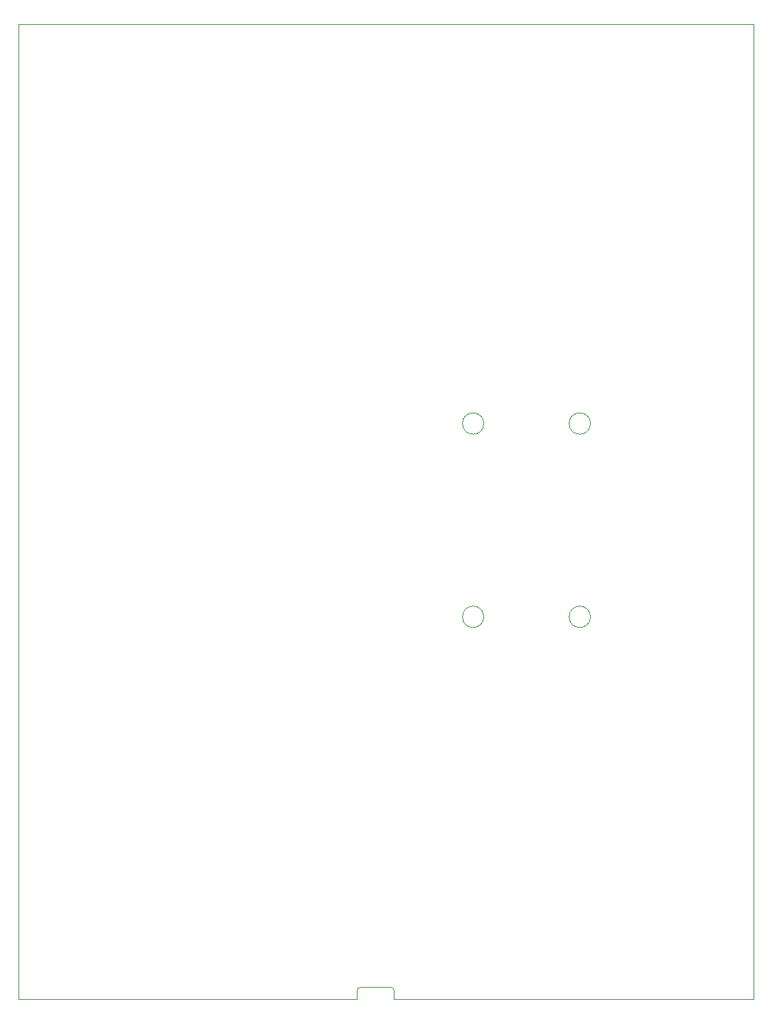
<source format=gbr>
%TF.GenerationSoftware,KiCad,Pcbnew,8.0.4*%
%TF.CreationDate,2024-11-06T19:28:15-07:00*%
%TF.ProjectId,MP3_Player,4d50335f-506c-4617-9965-722e6b696361,rev?*%
%TF.SameCoordinates,Original*%
%TF.FileFunction,Profile,NP*%
%FSLAX46Y46*%
G04 Gerber Fmt 4.6, Leading zero omitted, Abs format (unit mm)*
G04 Created by KiCad (PCBNEW 8.0.4) date 2024-11-06 19:28:15*
%MOMM*%
%LPD*%
G01*
G04 APERTURE LIST*
%TA.AperFunction,Profile*%
%ADD10C,0.050000*%
%TD*%
%TA.AperFunction,Profile*%
%ADD11C,0.100000*%
%TD*%
%TA.AperFunction,Profile*%
%ADD12C,0.120000*%
%TD*%
G04 APERTURE END LIST*
D10*
X178000000Y-140500000D02*
X178000000Y-24500000D01*
X126500000Y-140500000D02*
X90484000Y-140500000D01*
X90484000Y-24500000D02*
X90484000Y-140500000D01*
X90484000Y-24500000D02*
X178000000Y-24500000D01*
X139500000Y-140500000D02*
X178000000Y-140500000D01*
D11*
%TO.C,RSPKR1*%
X158590000Y-95017500D02*
G75*
G02*
X156050000Y-95017500I-1270000J0D01*
G01*
X156050000Y-95017500D02*
G75*
G02*
X158590000Y-95017500I1270000J0D01*
G01*
X145890000Y-95017500D02*
G75*
G02*
X143350000Y-95017500I-1270000J0D01*
G01*
X143350000Y-95017500D02*
G75*
G02*
X145890000Y-95017500I1270000J0D01*
G01*
%TO.C,L_SPKR1*%
X145890000Y-72017500D02*
G75*
G02*
X143350000Y-72017500I-1270000J0D01*
G01*
X143350000Y-72017500D02*
G75*
G02*
X145890000Y-72017500I1270000J0D01*
G01*
X158590000Y-72017500D02*
G75*
G02*
X156050000Y-72017500I-1270000J0D01*
G01*
X156050000Y-72017500D02*
G75*
G02*
X158590000Y-72017500I1270000J0D01*
G01*
D12*
%TO.C,J1*%
X130800000Y-139500000D02*
X130800000Y-140500000D01*
X130800000Y-140500000D02*
X126500000Y-140500000D01*
X134800000Y-139100000D02*
X131200000Y-139100000D01*
X135200000Y-139500000D02*
X135200000Y-140500000D01*
X135200000Y-140500000D02*
X139500000Y-140500000D01*
X130800000Y-139500000D02*
G75*
G02*
X131200000Y-139100000I400002J-2D01*
G01*
X134800000Y-139100000D02*
G75*
G02*
X135200000Y-139500000I0J-400000D01*
G01*
%TD*%
M02*

</source>
